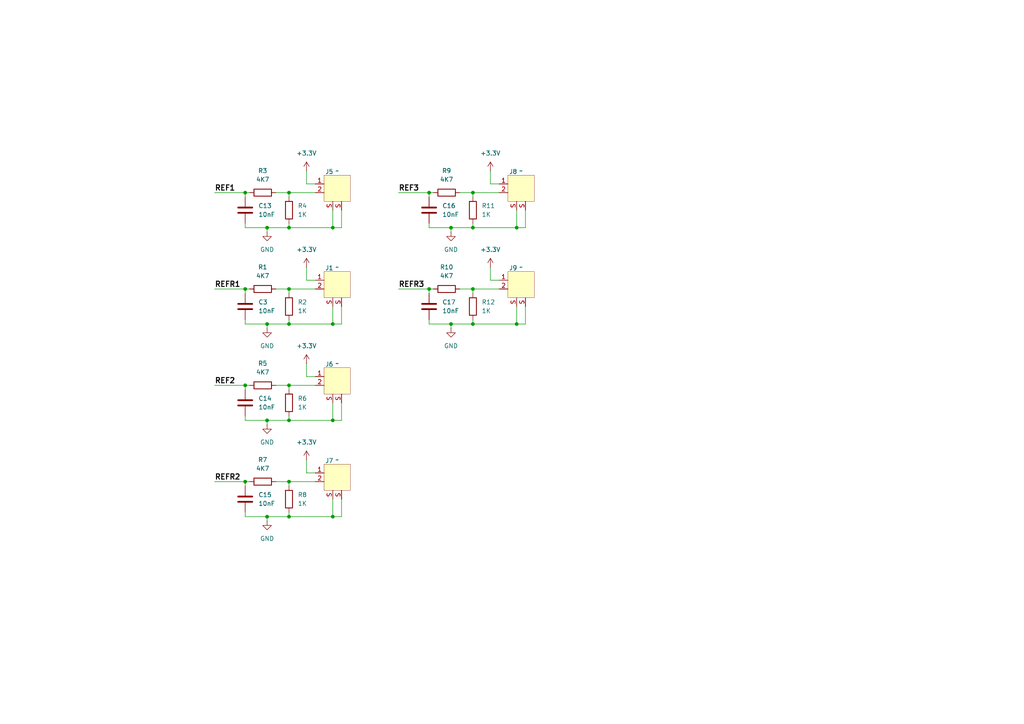
<source format=kicad_sch>
(kicad_sch (version 20231120) (generator "eeschema") (generator_version "8.0")
  (paper "A4")
  (lib_symbols
    (symbol "Device:C" (pin_numbers hide) (pin_names (offset 0.254))
      (property "Reference" "C" (at 0.635 2.54 0))
      (property "Value" "C" (at 0.635 -2.54 0))
      (symbol "C_0_1"
        (polyline (pts (xy -2.032 -0.762) (xy 2.032 -0.762)) (stroke (width 0.508)))
        (polyline (pts (xy -2.032 0.762) (xy 2.032 0.762)) (stroke (width 0.508)))
      )
      (symbol "C_1_1"
        (pin passive line (at 0 3.81 270) (length 2.794) (name "~") (number "1"))
        (pin passive line (at 0 -3.81 90) (length 2.794) (name "~") (number "2"))
      )
    )
    (symbol "Device:R" (pin_numbers hide) (pin_names (offset 0))
      (property "Reference" "R" (at 2.032 0 90))
      (property "Value" "R" (at 0 0 90))
      (symbol "R_0_1"
        (rectangle (start -1.016 -2.54) (end 1.016 2.54) (stroke (width 0.254)))
      )
      (symbol "R_1_1"
        (pin passive line (at 0 3.81 270) (length 1.27) (name "~") (number "1"))
        (pin passive line (at 0 -3.81 90) (length 1.27) (name "~") (number "2"))
      )
    )
    (symbol "Matts_library:JST_PA_2_pin"
      (property "Reference" "J" (at 0 1.27 0))
      (symbol "JST_PA_2_pin_1_0"
        (rectangle (start 0 0) (end 7.62 -7.62) (stroke (width 0.0254) (color 128 0 0 1)) (fill (type background)))
        (pin unspecified line (at 10.16 -2.54 180) (length 2.54) (name "") (number "1"))
        (pin unspecified line (at 10.16 -5.08 180) (length 2.54) (name "") (number "2"))
        (pin free line (at 2.54 -10.16 90) (length 2.54) (name "S") (number "S"))
        (pin free line (at 5.08 -10.16 90) (length 2.54) (name "S") (number "S"))
      )
    )
    (symbol "power:+3.3V" (power) (pin_numbers hide) (pin_names (offset 0) hide)
      (property "Value" "+3.3V" (at 0 3.556 0))
      (symbol "+3.3V_0_1"
        (polyline (pts (xy -0.762 1.27) (xy 0 2.54)))
        (polyline (pts (xy 0 0) (xy 0 2.54)))
        (polyline (pts (xy 0 2.54) (xy 0.762 1.27)))
      )
      (symbol "+3.3V_1_1"
        (pin power_in line (at 0 0 90) (length 0) (name "~") (number "1"))
      )
    )
    (symbol "power:GND" (power) (pin_numbers hide) (pin_names (offset 0) hide)
      (property "Value" "GND" (at 0 -3.81 0))
      (symbol "GND_0_1"
        (polyline (pts (xy 0 0) (xy 0 -1.27) (xy 1.27 -1.27) (xy 0 -2.54) (xy -1.27 -1.27) (xy 0 -1.27)))
      )
      (symbol "GND_1_1"
        (pin power_in line (at 0 0 270) (length 0) (name "~") (number "1"))
      )
    )
  )
  (junction (at 71.12 111.76))
  (junction (at 77.47 66.04))
  (junction (at 124.46 55.88))
  (junction (at 83.82 111.76))
  (junction (at 71.12 139.7))
  (junction (at 96.52 66.04))
  (junction (at 71.12 55.88))
  (junction (at 83.82 149.86))
  (junction (at 77.47 121.92))
  (junction (at 149.86 66.04))
  (junction (at 137.16 83.82))
  (junction (at 83.82 121.92))
  (junction (at 77.47 93.98))
  (junction (at 83.82 55.88))
  (junction (at 130.81 66.04))
  (junction (at 96.52 93.98))
  (junction (at 83.82 139.7))
  (junction (at 96.52 121.92))
  (junction (at 77.47 149.86))
  (junction (at 130.81 93.98))
  (junction (at 137.16 55.88))
  (junction (at 124.46 83.82))
  (junction (at 137.16 66.04))
  (junction (at 83.82 83.82))
  (junction (at 149.86 93.98))
  (junction (at 96.52 149.86))
  (junction (at 71.12 83.82))
  (junction (at 83.82 93.98))
  (junction (at 137.16 93.98))
  (junction (at 83.82 66.04))
  (wire (pts (xy 80.01 139.7) (xy 83.82 139.7)))
  (wire (pts (xy 71.12 64.77) (xy 71.12 66.04)))
  (wire (pts (xy 83.82 148.59) (xy 83.82 149.86)))
  (wire (pts (xy 96.52 121.92) (xy 99.06 121.92)))
  (wire (pts (xy 88.9 109.22) (xy 91.44 109.22)))
  (wire (pts (xy 83.82 55.88) (xy 91.44 55.88)))
  (wire (pts (xy 137.16 83.82) (xy 144.78 83.82)))
  (wire (pts (xy 62.23 83.82) (xy 71.12 83.82)))
  (wire (pts (xy 130.81 93.98) (xy 130.81 95.25)))
  (wire (pts (xy 71.12 139.7) (xy 71.12 140.97)))
  (wire (pts (xy 133.35 55.88) (xy 137.16 55.88)))
  (wire (pts (xy 130.81 93.98) (xy 137.16 93.98)))
  (wire (pts (xy 142.24 49.53) (xy 142.24 53.34)))
  (wire (pts (xy 137.16 66.04) (xy 149.86 66.04)))
  (wire (pts (xy 99.06 144.78) (xy 99.06 149.86)))
  (wire (pts (xy 137.16 92.71) (xy 137.16 93.98)))
  (wire (pts (xy 152.4 88.9) (xy 152.4 93.98)))
  (wire (pts (xy 83.82 83.82) (xy 83.82 85.09)))
  (wire (pts (xy 77.47 93.98) (xy 77.47 95.25)))
  (wire (pts (xy 71.12 148.59) (xy 71.12 149.86)))
  (wire (pts (xy 137.16 93.98) (xy 149.86 93.98)))
  (wire (pts (xy 83.82 64.77) (xy 83.82 66.04)))
  (wire (pts (xy 77.47 121.92) (xy 83.82 121.92)))
  (wire (pts (xy 96.52 116.84) (xy 96.52 121.92)))
  (wire (pts (xy 83.82 111.76) (xy 83.82 113.03)))
  (wire (pts (xy 96.52 93.98) (xy 99.06 93.98)))
  (wire (pts (xy 149.86 60.96) (xy 149.86 66.04)))
  (wire (pts (xy 99.06 88.9) (xy 99.06 93.98)))
  (wire (pts (xy 62.23 55.88) (xy 71.12 55.88)))
  (wire (pts (xy 77.47 149.86) (xy 77.47 151.13)))
  (wire (pts (xy 71.12 121.92) (xy 77.47 121.92)))
  (wire (pts (xy 83.82 139.7) (xy 83.82 140.97)))
  (wire (pts (xy 88.9 105.41) (xy 88.9 109.22)))
  (wire (pts (xy 130.81 66.04) (xy 130.81 67.31)))
  (wire (pts (xy 71.12 149.86) (xy 77.47 149.86)))
  (wire (pts (xy 115.57 83.82) (xy 124.46 83.82)))
  (wire (pts (xy 62.23 111.76) (xy 71.12 111.76)))
  (wire (pts (xy 71.12 55.88) (xy 71.12 57.15)))
  (wire (pts (xy 77.47 93.98) (xy 83.82 93.98)))
  (wire (pts (xy 88.9 137.16) (xy 91.44 137.16)))
  (wire (pts (xy 71.12 93.98) (xy 77.47 93.98)))
  (wire (pts (xy 77.47 66.04) (xy 83.82 66.04)))
  (wire (pts (xy 88.9 133.35) (xy 88.9 137.16)))
  (wire (pts (xy 71.12 139.7) (xy 72.39 139.7)))
  (wire (pts (xy 83.82 149.86) (xy 96.52 149.86)))
  (wire (pts (xy 124.46 83.82) (xy 125.73 83.82)))
  (wire (pts (xy 124.46 66.04) (xy 130.81 66.04)))
  (wire (pts (xy 77.47 66.04) (xy 77.47 67.31)))
  (wire (pts (xy 115.57 55.88) (xy 124.46 55.88)))
  (wire (pts (xy 71.12 83.82) (xy 72.39 83.82)))
  (wire (pts (xy 149.86 88.9) (xy 149.86 93.98)))
  (wire (pts (xy 149.86 66.04) (xy 152.4 66.04)))
  (wire (pts (xy 83.82 93.98) (xy 96.52 93.98)))
  (wire (pts (xy 71.12 83.82) (xy 71.12 85.09)))
  (wire (pts (xy 142.24 77.47) (xy 142.24 81.28)))
  (wire (pts (xy 137.16 55.88) (xy 144.78 55.88)))
  (wire (pts (xy 124.46 64.77) (xy 124.46 66.04)))
  (wire (pts (xy 99.06 60.96) (xy 99.06 66.04)))
  (wire (pts (xy 83.82 92.71) (xy 83.82 93.98)))
  (wire (pts (xy 124.46 83.82) (xy 124.46 85.09)))
  (wire (pts (xy 142.24 81.28) (xy 144.78 81.28)))
  (wire (pts (xy 88.9 81.28) (xy 91.44 81.28)))
  (wire (pts (xy 96.52 149.86) (xy 99.06 149.86)))
  (wire (pts (xy 83.82 83.82) (xy 91.44 83.82)))
  (wire (pts (xy 83.82 66.04) (xy 96.52 66.04)))
  (wire (pts (xy 124.46 92.71) (xy 124.46 93.98)))
  (wire (pts (xy 71.12 55.88) (xy 72.39 55.88)))
  (wire (pts (xy 137.16 83.82) (xy 137.16 85.09)))
  (wire (pts (xy 80.01 111.76) (xy 83.82 111.76)))
  (wire (pts (xy 130.81 66.04) (xy 137.16 66.04)))
  (wire (pts (xy 83.82 111.76) (xy 91.44 111.76)))
  (wire (pts (xy 149.86 93.98) (xy 152.4 93.98)))
  (wire (pts (xy 96.52 66.04) (xy 99.06 66.04)))
  (wire (pts (xy 137.16 64.77) (xy 137.16 66.04)))
  (wire (pts (xy 152.4 60.96) (xy 152.4 66.04)))
  (wire (pts (xy 71.12 66.04) (xy 77.47 66.04)))
  (wire (pts (xy 71.12 111.76) (xy 71.12 113.03)))
  (wire (pts (xy 80.01 55.88) (xy 83.82 55.88)))
  (wire (pts (xy 133.35 83.82) (xy 137.16 83.82)))
  (wire (pts (xy 71.12 120.65) (xy 71.12 121.92)))
  (wire (pts (xy 88.9 53.34) (xy 91.44 53.34)))
  (wire (pts (xy 80.01 83.82) (xy 83.82 83.82)))
  (wire (pts (xy 99.06 116.84) (xy 99.06 121.92)))
  (wire (pts (xy 71.12 92.71) (xy 71.12 93.98)))
  (wire (pts (xy 124.46 55.88) (xy 124.46 57.15)))
  (wire (pts (xy 142.24 53.34) (xy 144.78 53.34)))
  (wire (pts (xy 83.82 121.92) (xy 96.52 121.92)))
  (wire (pts (xy 71.12 111.76) (xy 72.39 111.76)))
  (wire (pts (xy 96.52 144.78) (xy 96.52 149.86)))
  (wire (pts (xy 62.23 139.7) (xy 71.12 139.7)))
  (wire (pts (xy 83.82 55.88) (xy 83.82 57.15)))
  (wire (pts (xy 88.9 49.53) (xy 88.9 53.34)))
  (wire (pts (xy 137.16 55.88) (xy 137.16 57.15)))
  (wire (pts (xy 96.52 88.9) (xy 96.52 93.98)))
  (wire (pts (xy 77.47 149.86) (xy 83.82 149.86)))
  (wire (pts (xy 77.47 121.92) (xy 77.47 123.19)))
  (wire (pts (xy 96.52 60.96) (xy 96.52 66.04)))
  (wire (pts (xy 83.82 139.7) (xy 91.44 139.7)))
  (wire (pts (xy 88.9 77.47) (xy 88.9 81.28)))
  (wire (pts (xy 83.82 120.65) (xy 83.82 121.92)))
  (wire (pts (xy 124.46 55.88) (xy 125.73 55.88)))
  (wire (pts (xy 124.46 93.98) (xy 130.81 93.98)))
  (label "REF1" (at 62.23 55.88 0) (effects (font (size 1.524 1.524) (thickness 0.3048) (bold yes))))
  (label "REF2" (at 62.23 111.76 0) (effects (font (size 1.524 1.524) (thickness 0.3048) (bold yes))))
  (label "REFR1" (at 62.23 83.82 0) (effects (font (size 1.524 1.524) (thickness 0.3048) (bold yes))))
  (label "REFR2" (at 62.23 139.7 0) (effects (font (size 1.524 1.524) (thickness 0.3048) (bold yes))))
  (label "REFR3" (at 115.57 83.82 0) (effects (font (size 1.524 1.524) (thickness 0.3048) (bold yes))))
  (label "REF3" (at 115.57 55.88 0) (effects (font (size 1.524 1.524) (thickness 0.3048) (bold yes))))
  (symbol (lib_id "Device:R") (at 83.82 60.96 0) (unit 1)
    (property "Reference" "R4" (at 86.36 59.6899 0) (effects (justify left)))
    (property "Value" "1K" (at 86.36 62.2299 0) (effects (justify left)))
    (property "Description" "Resistor" (effects (hide yes)))
  )
  (symbol (lib_id "Device:R") (at 129.54 55.88 90) (unit 1)
    (property "Reference" "R9" (at 129.54 49.53 90))
    (property "Value" "4K7" (at 129.54 52.07 90))
    (property "Description" "Resistor" (effects (hide yes)))
  )
  (symbol (lib_id "Matts_library:JST_PA_2_pin") (at 101.6 106.68 0) (mirror y) (unit 1)
    (property "Reference" "J6" (at 95.504 105.664 0))
    (property "Value" "~" (at 97.79 105.41 0))
  )
  (symbol (lib_id "Device:C") (at 71.12 60.96 0) (unit 1)
    (property "Reference" "C13" (at 74.93 59.6899 0) (effects (justify left)))
    (property "Value" "10nF" (at 74.93 62.2299 0) (effects (justify left)))
    (property "Description" "Unpolarized capacitor" (effects (hide yes)))
  )
  (symbol (lib_id "power:GND") (at 130.81 95.25 0) (unit 1)
    (property "Reference" "#PWR027" (effects (hide yes)))
    (property "Value" "GND" (at 130.81 100.33 0))
    (property "Description" "Power symbol creates a global label with name \"GND\" , ground" (effects (hide yes)))
  )
  (symbol (lib_id "Device:R") (at 76.2 139.7 90) (unit 1)
    (property "Reference" "R7" (at 76.2 133.35 90))
    (property "Value" "4K7" (at 76.2 135.89 90))
    (property "Description" "Resistor" (effects (hide yes)))
  )
  (symbol (lib_id "Device:C") (at 124.46 88.9 0) (unit 1)
    (property "Reference" "C17" (at 128.27 87.6299 0) (effects (justify left)))
    (property "Value" "10nF" (at 128.27 90.1699 0) (effects (justify left)))
    (property "Description" "Unpolarized capacitor" (effects (hide yes)))
  )
  (symbol (lib_id "power:+3.3V") (at 88.9 133.35 0) (unit 1)
    (property "Reference" "#PWR024" (effects (hide yes)))
    (property "Value" "+3.3V" (at 88.9 128.27 0))
    (property "Description" "Power symbol creates a global label with name \"+3.3V\"" (effects (hide yes)))
  )
  (symbol (lib_id "power:+3.3V") (at 142.24 49.53 0) (unit 1)
    (property "Reference" "#PWR028" (effects (hide yes)))
    (property "Value" "+3.3V" (at 142.24 44.45 0))
    (property "Description" "Power symbol creates a global label with name \"+3.3V\"" (effects (hide yes)))
  )
  (symbol (lib_id "Device:R") (at 83.82 144.78 0) (unit 1)
    (property "Reference" "R8" (at 86.36 143.5099 0) (effects (justify left)))
    (property "Value" "1K" (at 86.36 146.0499 0) (effects (justify left)))
    (property "Description" "Resistor" (effects (hide yes)))
  )
  (symbol (lib_id "power:GND") (at 77.47 123.19 0) (unit 1)
    (property "Reference" "#PWR021" (effects (hide yes)))
    (property "Value" "GND" (at 77.47 128.27 0))
    (property "Description" "Power symbol creates a global label with name \"GND\" , ground" (effects (hide yes)))
  )
  (symbol (lib_id "power:GND") (at 77.47 67.31 0) (unit 1)
    (property "Reference" "#PWR019" (effects (hide yes)))
    (property "Value" "GND" (at 77.47 72.39 0))
    (property "Description" "Power symbol creates a global label with name \"GND\" , ground" (effects (hide yes)))
  )
  (symbol (lib_id "Matts_library:JST_PA_2_pin") (at 101.6 50.8 0) (mirror y) (unit 1)
    (property "Reference" "J5" (at 95.504 49.784 0))
    (property "Value" "~" (at 97.79 49.53 0))
  )
  (symbol (lib_id "Device:R") (at 83.82 88.9 0) (unit 1)
    (property "Reference" "R2" (at 86.36 87.6299 0) (effects (justify left)))
    (property "Value" "1K" (at 86.36 90.1699 0) (effects (justify left)))
    (property "Description" "Resistor" (effects (hide yes)))
  )
  (symbol (lib_id "Device:R") (at 76.2 111.76 90) (unit 1)
    (property "Reference" "R5" (at 76.2 105.41 90))
    (property "Value" "4K7" (at 76.2 107.95 90))
    (property "Description" "Resistor" (effects (hide yes)))
  )
  (symbol (lib_id "power:+3.3V") (at 142.24 77.47 0) (unit 1)
    (property "Reference" "#PWR029" (effects (hide yes)))
    (property "Value" "+3.3V" (at 142.24 72.39 0))
    (property "Description" "Power symbol creates a global label with name \"+3.3V\"" (effects (hide yes)))
  )
  (symbol (lib_id "Device:R") (at 137.16 88.9 0) (unit 1)
    (property "Reference" "R12" (at 139.7 87.6299 0) (effects (justify left)))
    (property "Value" "1K" (at 139.7 90.1699 0) (effects (justify left)))
    (property "Description" "Resistor" (effects (hide yes)))
  )
  (symbol (lib_id "power:GND") (at 77.47 95.25 0) (unit 1)
    (property "Reference" "#PWR03" (effects (hide yes)))
    (property "Value" "GND" (at 77.47 100.33 0))
    (property "Description" "Power symbol creates a global label with name \"GND\" , ground" (effects (hide yes)))
  )
  (symbol (lib_id "Device:C") (at 71.12 88.9 0) (unit 1)
    (property "Reference" "C3" (at 74.93 87.6299 0) (effects (justify left)))
    (property "Value" "10nF" (at 74.93 90.1699 0) (effects (justify left)))
    (property "Description" "Unpolarized capacitor" (effects (hide yes)))
  )
  (symbol (lib_id "Device:R") (at 76.2 55.88 90) (unit 1)
    (property "Reference" "R3" (at 76.2 49.53 90))
    (property "Value" "4K7" (at 76.2 52.07 90))
    (property "Description" "Resistor" (effects (hide yes)))
  )
  (symbol (lib_id "Device:R") (at 129.54 83.82 90) (unit 1)
    (property "Reference" "R10" (at 129.54 77.47 90))
    (property "Value" "4K7" (at 129.54 80.01 90))
    (property "Description" "Resistor" (effects (hide yes)))
  )
  (symbol (lib_id "power:+3.3V") (at 88.9 77.47 0) (unit 1)
    (property "Reference" "#PWR018" (effects (hide yes)))
    (property "Value" "+3.3V" (at 88.9 72.39 0))
    (property "Description" "Power symbol creates a global label with name \"+3.3V\"" (effects (hide yes)))
  )
  (symbol (lib_id "Device:C") (at 71.12 144.78 0) (unit 1)
    (property "Reference" "C15" (at 74.93 143.5099 0) (effects (justify left)))
    (property "Value" "10nF" (at 74.93 146.0499 0) (effects (justify left)))
    (property "Description" "Unpolarized capacitor" (effects (hide yes)))
  )
  (symbol (lib_id "Device:C") (at 124.46 60.96 0) (unit 1)
    (property "Reference" "C16" (at 128.27 59.6899 0) (effects (justify left)))
    (property "Value" "10nF" (at 128.27 62.2299 0) (effects (justify left)))
    (property "Description" "Unpolarized capacitor" (effects (hide yes)))
  )
  (symbol (lib_id "Matts_library:JST_PA_2_pin") (at 154.94 78.74 0) (mirror y) (unit 1)
    (property "Reference" "J9" (at 148.844 77.724 0))
    (property "Value" "~" (at 151.13 77.47 0))
  )
  (symbol (lib_id "power:GND") (at 130.81 67.31 0) (unit 1)
    (property "Reference" "#PWR026" (effects (hide yes)))
    (property "Value" "GND" (at 130.81 72.39 0))
    (property "Description" "Power symbol creates a global label with name \"GND\" , ground" (effects (hide yes)))
  )
  (symbol (lib_id "power:+3.3V") (at 88.9 105.41 0) (unit 1)
    (property "Reference" "#PWR022" (effects (hide yes)))
    (property "Value" "+3.3V" (at 88.9 100.33 0))
    (property "Description" "Power symbol creates a global label with name \"+3.3V\"" (effects (hide yes)))
  )
  (symbol (lib_id "Matts_library:JST_PA_2_pin") (at 101.6 134.62 0) (mirror y) (unit 1)
    (property "Reference" "J7" (at 95.504 133.604 0))
    (property "Value" "~" (at 97.79 133.35 0))
  )
  (symbol (lib_id "Matts_library:JST_PA_2_pin") (at 154.94 50.8 0) (mirror y) (unit 1)
    (property "Reference" "J8" (at 148.844 49.784 0))
    (property "Value" "~" (at 151.13 49.53 0))
  )
  (symbol (lib_id "Device:C") (at 71.12 116.84 0) (unit 1)
    (property "Reference" "C14" (at 74.93 115.5699 0) (effects (justify left)))
    (property "Value" "10nF" (at 74.93 118.1099 0) (effects (justify left)))
    (property "Description" "Unpolarized capacitor" (effects (hide yes)))
  )
  (symbol (lib_id "power:GND") (at 77.47 151.13 0) (unit 1)
    (property "Reference" "#PWR023" (effects (hide yes)))
    (property "Value" "GND" (at 77.47 156.21 0))
    (property "Description" "Power symbol creates a global label with name \"GND\" , ground" (effects (hide yes)))
  )
  (symbol (lib_id "Device:R") (at 76.2 83.82 90) (unit 1)
    (property "Reference" "R1" (at 76.2 77.47 90))
    (property "Value" "4K7" (at 76.2 80.01 90))
    (property "Description" "Resistor" (effects (hide yes)))
  )
  (symbol (lib_id "Device:R") (at 83.82 116.84 0) (unit 1)
    (property "Reference" "R6" (at 86.36 115.5699 0) (effects (justify left)))
    (property "Value" "1K" (at 86.36 118.1099 0) (effects (justify left)))
    (property "Description" "Resistor" (effects (hide yes)))
  )
  (symbol (lib_id "Device:R") (at 137.16 60.96 0) (unit 1)
    (property "Reference" "R11" (at 139.7 59.6899 0) (effects (justify left)))
    (property "Value" "1K" (at 139.7 62.2299 0) (effects (justify left)))
    (property "Description" "Resistor" (effects (hide yes)))
  )
  (symbol (lib_id "power:+3.3V") (at 88.9 49.53 0) (unit 1)
    (property "Reference" "#PWR020" (effects (hide yes)))
    (property "Value" "+3.3V" (at 88.9 44.45 0))
    (property "Description" "Power symbol creates a global label with name \"+3.3V\"" (effects (hide yes)))
  )
  (symbol (lib_id "Matts_library:JST_PA_2_pin") (at 101.6 78.74 0) (mirror y) (unit 1)
    (property "Reference" "J1" (at 95.504 77.724 0))
    (property "Value" "~" (at 97.79 77.47 0))
  )
)
</source>
